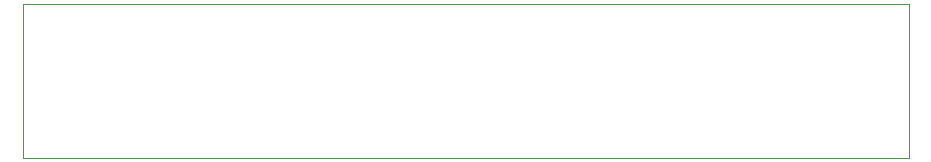
<source format=gbr>
%TF.GenerationSoftware,KiCad,Pcbnew,(6.0.10)*%
%TF.CreationDate,2023-01-19T16:24:11+09:00*%
%TF.ProjectId,Test2,54657374-322e-46b6-9963-61645f706362,rev?*%
%TF.SameCoordinates,Original*%
%TF.FileFunction,Profile,NP*%
%FSLAX46Y46*%
G04 Gerber Fmt 4.6, Leading zero omitted, Abs format (unit mm)*
G04 Created by KiCad (PCBNEW (6.0.10)) date 2023-01-19 16:24:11*
%MOMM*%
%LPD*%
G01*
G04 APERTURE LIST*
%TA.AperFunction,Profile*%
%ADD10C,0.100000*%
%TD*%
G04 APERTURE END LIST*
D10*
X101000000Y-16000000D02*
X26000000Y-16000000D01*
X26000000Y-16000000D02*
X26000000Y-29000000D01*
X26000000Y-29000000D02*
X101000000Y-29000000D01*
X101000000Y-29000000D02*
X101000000Y-16000000D01*
M02*

</source>
